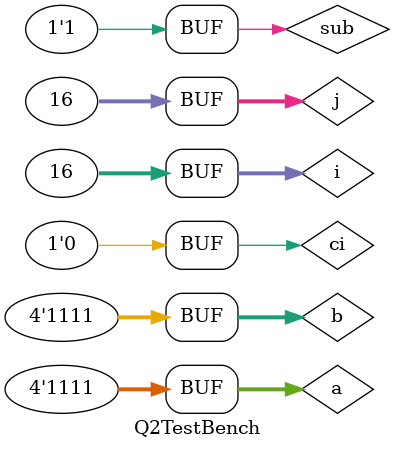
<source format=v>
`timescale 1ns / 1ps


module Q2TestBench;
	reg [3:0] a;
	reg [3:0] b;
	reg ci;
	reg sub;
	wire [3:0] s;
	wire co;
	// Instantiate the Unit Under Test (UUT)
	adder_subtractor uut (
	.a(a),
	.b(b),
	.ci(ci),
	.sub(sub),
	.s(s),
	.co(co)
	);
	integer i,j;
	initial begin
		// Initialize Inputs
		
		ci = 1'b0;
		sub = 1'b0; // add
		for (i=0; i<16; i=i+1) begin
			a = i;
			for (j=0; j<16; j=j+1) begin
				b = j;
				#100;
			end
			#100;
      end
		
		ci = 1'b0;
		sub = 1'b1; // subtract
		for (i=0; i<16; i=i+1) begin
			a = i;
			for (j=0; j<16; j=j+1) begin
				b = j;
				#100;
			end
			#100;
      end
		// Wait 100 ns for global reset to finish
		#100;
        
		// Add stimulus here

	end
      
endmodule


</source>
